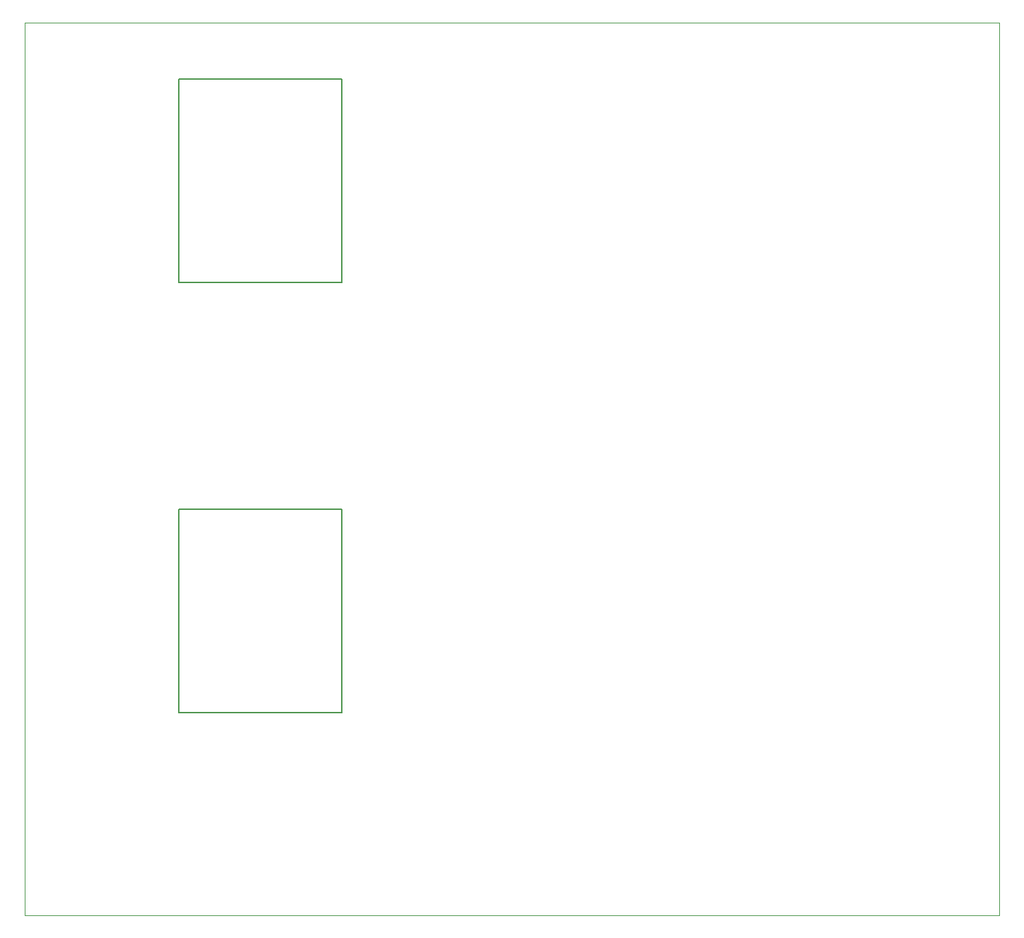
<source format=gbr>
G04 #@! TF.GenerationSoftware,KiCad,Pcbnew,7.0.1*
G04 #@! TF.CreationDate,2023-05-25T18:43:52+02:00*
G04 #@! TF.ProjectId,K_Munin400,4b5f4d75-6e69-46e3-9430-302e6b696361,rev?*
G04 #@! TF.SameCoordinates,Original*
G04 #@! TF.FileFunction,Profile,NP*
%FSLAX46Y46*%
G04 Gerber Fmt 4.6, Leading zero omitted, Abs format (unit mm)*
G04 Created by KiCad (PCBNEW 7.0.1) date 2023-05-25 18:43:52*
%MOMM*%
%LPD*%
G01*
G04 APERTURE LIST*
G04 #@! TA.AperFunction,Profile*
%ADD10C,0.150000*%
G04 #@! TD*
G04 #@! TA.AperFunction,Profile*
%ADD11C,0.100000*%
G04 #@! TD*
G04 APERTURE END LIST*
D10*
X69000000Y-120000000D02*
X89000000Y-120000000D01*
X89000000Y-145000000D01*
X69000000Y-145000000D01*
X69000000Y-120000000D01*
X69000000Y-67000000D02*
X89000000Y-67000000D01*
X89000000Y-92000000D01*
X69000000Y-92000000D01*
X69000000Y-67000000D01*
D11*
X50000000Y-60000000D02*
X170000000Y-60000000D01*
X170000000Y-170000000D01*
X50000000Y-170000000D01*
X50000000Y-60000000D01*
M02*

</source>
